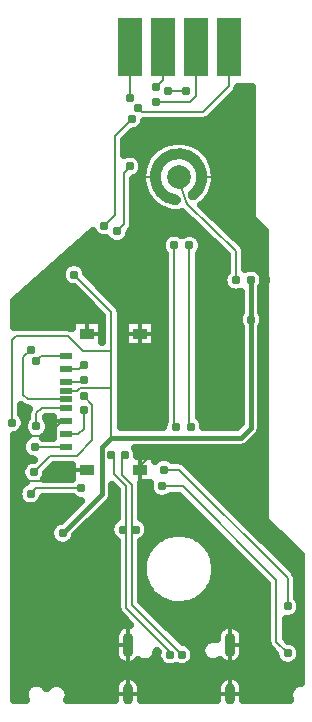
<source format=gbr>
G04 DipTrace 3.3.1.3*
G04 Bottom.gbr*
%MOIN*%
G04 #@! TF.FileFunction,Copper,L2,Bot*
G04 #@! TF.Part,Single*
G04 #@! TA.AperFunction,Conductor*
%ADD13C,0.007874*%
%ADD14C,0.015748*%
G04 #@! TA.AperFunction,CopperBalancing*
%ADD16C,0.025*%
%ADD17C,0.012992*%
G04 #@! TA.AperFunction,Nonconductor*
%ADD19C,0.035433*%
G04 #@! TA.AperFunction,ComponentPad*
%ADD26O,0.035433X0.070866*%
%ADD27O,0.035433X0.082677*%
%ADD28R,0.03937X0.019685*%
%ADD29R,0.047244X0.037402*%
%ADD30R,0.07874X0.19685*%
%ADD49C,0.07874*%
%ADD50C,0.027559*%
G04 #@! TA.AperFunction,ViaPad*
%ADD51C,0.031*%
%FSLAX26Y26*%
G04*
G70*
G90*
G75*
G01*
G04 Bottom*
%LPD*%
X906201Y2424950D2*
D13*
X1018701D1*
X1037470Y2443719D1*
Y2608682D1*
X818701Y2437450D2*
Y2608024D1*
X819360Y2608683D1*
X943701Y2462450D2*
X1006201D1*
X1271808Y1831199D2*
Y1959343D1*
X1173670Y2057481D1*
Y2181435D1*
Y2362844D1*
X1117654D1*
X631201Y1906199D2*
X681201D1*
X743701Y1843699D1*
X799950D1*
X856201Y1899950D1*
Y2181783D1*
Y2331201D1*
X887844Y2362844D1*
X1117654D1*
X811263Y615748D2*
Y529756D1*
Y525344D1*
Y451181D1*
X1151420Y615748D2*
Y525344D1*
Y521776D1*
Y451181D1*
X460604Y565957D2*
X631201D1*
X673235D1*
X709436Y529756D1*
X811263D1*
Y525344D2*
X1151420D1*
Y521776D2*
X1365526D1*
X1387450Y543699D1*
Y908182D1*
X1271530Y1024102D1*
X631201Y899950D2*
Y565957D1*
Y1906199D2*
X593701Y1868699D1*
Y1806199D1*
X675098Y1724802D1*
Y1652430D1*
X850295Y1199675D2*
Y1212794D1*
X899951Y1262450D1*
X1033182D1*
X1271530Y1024102D1*
X850295Y1652430D2*
X928720D1*
X931201Y1649950D1*
X455879Y1232155D2*
Y1160801D1*
Y1000272D1*
X556201Y899950D1*
X631201D1*
X455879Y1232155D2*
Y1293379D1*
X474950Y1312450D1*
X543701D1*
X592343Y1361092D1*
X606201D1*
X455879Y1160801D2*
X586698D1*
X625572Y1199675D1*
X675098D1*
X903530Y2174692D2*
X856201D1*
Y2181783D1*
X1056386Y2174344D2*
X1173670D1*
Y2181435D1*
X924951Y1143701D2*
X993701D1*
X1306201Y831201D1*
Y624950D1*
X1343701Y587450D1*
X606201Y1534320D2*
X648564D1*
X664196Y1549951D1*
X606201Y1491013D2*
X655259D1*
X664196Y1499950D1*
Y1443701D2*
X691130Y1416766D1*
Y1296860D1*
X640159Y1245888D1*
X552531D1*
X497608Y1190965D1*
X606201Y1317785D2*
X645487D1*
X664196Y1336493D1*
Y1399950D1*
X931201Y1199950D2*
X981201D1*
X1343701Y837450D1*
Y743699D1*
X606201Y1404399D2*
X523150D1*
X506201Y1387450D1*
Y1343699D1*
X656201Y1137450D2*
X506199D1*
X487450Y1118701D1*
X964573Y1947190D2*
Y1348949D1*
X970694Y1342828D1*
X1015979Y1947217D2*
Y1347113D1*
X1020521Y1342571D1*
X606201Y1433927D2*
X478474D1*
X462450Y1449950D1*
Y1574950D1*
X487450Y1599950D1*
X774950Y1993701D2*
X798901Y2017652D1*
Y2189421D1*
X818077Y2208597D1*
Y2210358D1*
X731201Y2012450D2*
X768701Y2049950D1*
Y2312449D1*
X824951Y2368699D1*
X980360Y2174521D2*
X987451D1*
Y2143167D1*
X1008088Y2083919D1*
X1171424Y1928477D1*
Y1831047D1*
X843701Y2406199D2*
X858298Y2391602D1*
X1060353D1*
X1146525Y2477774D1*
Y2608682D1*
X928415D2*
Y2497164D1*
X906201Y2474950D1*
X499950Y1274950D2*
X606201D1*
Y1274478D1*
X506201Y1562450D2*
X521378Y1577627D1*
X606201D1*
X990949Y582627D2*
X992273D1*
X824950Y749950D1*
Y999950D1*
Y1149950D1*
X792282Y1182618D1*
Y1249950D1*
X799953D1*
X837451Y999950D2*
X824950D1*
X950917Y582626D2*
X961025D1*
X806201Y737450D1*
Y999950D1*
Y1144640D1*
X765466Y1185375D1*
Y1249950D1*
X756201D1*
X793701Y999950D2*
X806201D1*
X606201Y1461486D2*
X639875D1*
X650454Y1472064D1*
X756201D1*
Y1593474D1*
Y1724950D1*
X631201Y1849950D1*
X1221244Y1699950D2*
X1221188D1*
D14*
Y1831199D1*
X424950Y1356199D2*
D13*
Y1631199D1*
X437450Y1643699D1*
X610836D1*
X661062Y1593474D1*
X756201D1*
X593701Y987450D2*
D14*
X724950Y1118699D1*
Y1274949D1*
X756201Y1306199D1*
X1187450D1*
X1221244Y1339993D1*
Y1699950D1*
X756201Y1472064D2*
D13*
Y1306199D1*
D51*
X943701Y2462450D3*
X1006201D3*
X906201Y2424950D3*
Y2474950D3*
X843701Y2406199D3*
X818701Y2437450D3*
X824951Y2368699D3*
X818077Y2210358D3*
X990949Y582627D3*
X950917Y582626D3*
X756201Y1249950D3*
X799953D3*
X964573Y1947190D3*
X1015979Y1947217D3*
X499950Y1274950D3*
X506201Y1562450D3*
X774950Y1993701D3*
X731201Y2012450D3*
X631201Y1906199D3*
Y1849950D3*
X664196Y1549951D3*
Y1499950D3*
Y1443701D3*
Y1399950D3*
X487450Y1599950D3*
X506201Y1343699D3*
X1221188Y1831199D3*
X1271808D3*
X1117654Y2362844D3*
X970694Y1342828D3*
X1020521Y1342571D3*
X793701Y999950D3*
X837451D3*
X593701Y987450D3*
X1221244Y1699950D3*
X497608Y1190965D3*
X631201Y899950D3*
X931201Y1199950D3*
X1343701Y743699D3*
X1271530Y1024102D3*
X460604Y565957D3*
X931201Y1649950D3*
X455879Y1232155D3*
X424950Y1356199D3*
X1343701Y587450D3*
X924951Y1143701D3*
X656201Y1137450D3*
X487450Y1118701D3*
X1171424Y1831047D3*
X1164357Y2450081D2*
D16*
X1222441D1*
X1139489Y2425213D2*
X1222441D1*
X1114621Y2400344D2*
X1222441D1*
X1089753Y2375475D2*
X1222441D1*
X865334Y2350606D2*
X1222441D1*
X827512Y2325738D2*
X1222441D1*
X802644Y2300869D2*
X1222441D1*
X801639Y2276000D2*
X909208D1*
X1050424D2*
X1222441D1*
X830634Y2251131D2*
X882438D1*
X1077122D2*
X1222441D1*
X1092660Y2226262D2*
X1222441D1*
X1101200Y2201394D2*
X1222441D1*
X1103999Y2176525D2*
X1222441D1*
X831818Y2151656D2*
X857965D1*
X1101559D2*
X1222441D1*
X831818Y2126787D2*
X865932D1*
X1093629D2*
X1222441D1*
X831818Y2101919D2*
X880501D1*
X1079132D2*
X1222441D1*
X831818Y2077050D2*
X905799D1*
X1061943D2*
X1222441D1*
X831818Y2052181D2*
X994792D1*
X1088067D2*
X1222441D1*
X831818Y2027312D2*
X1020915D1*
X1114226D2*
X1233673D1*
X827763Y2002444D2*
X1047075D1*
X1140350D2*
X1258541D1*
X678162Y1977575D2*
X705314D1*
X816208D2*
X933071D1*
X1047482D2*
X1073199D1*
X1166474D2*
X1266184D1*
X649849Y1952706D2*
X763339D1*
X786532D2*
X920440D1*
X1060113D2*
X1099322D1*
X1192598D2*
X1266184D1*
X621501Y1927837D2*
X924818D1*
X1055735D2*
X1125446D1*
X1204368D2*
X1266184D1*
X593152Y1902969D2*
X931636D1*
X1048917D2*
X1138508D1*
X1204368D2*
X1266184D1*
X564804Y1878100D2*
X597554D1*
X664849D2*
X931636D1*
X1048917D2*
X1138508D1*
X1204368D2*
X1266184D1*
X536491Y1853231D2*
X586824D1*
X675578D2*
X931636D1*
X1048917D2*
X1133269D1*
X508143Y1828362D2*
X592674D1*
X698329D2*
X931636D1*
X1048917D2*
X1127025D1*
X479794Y1803493D2*
X632110D1*
X723196D2*
X931636D1*
X1048917D2*
X1137252D1*
X451446Y1778625D2*
X656978D1*
X748064D2*
X931636D1*
X1048917D2*
X1184332D1*
X433719Y1753756D2*
X681846D1*
X772932D2*
X931636D1*
X1048917D2*
X1184332D1*
X433719Y1728887D2*
X706714D1*
X788865D2*
X931636D1*
X1048917D2*
X1184332D1*
X433719Y1704018D2*
X723256D1*
X789116D2*
X931636D1*
X1048917D2*
X1176940D1*
X433719Y1679150D2*
X622493D1*
X902904D2*
X931636D1*
X1048917D2*
X1182251D1*
X902904Y1654281D2*
X931636D1*
X1048917D2*
X1184368D1*
X902904Y1629412D2*
X931636D1*
X1048917D2*
X1184368D1*
X789116Y1604543D2*
X931636D1*
X1048917D2*
X1184368D1*
X789116Y1579675D2*
X931636D1*
X1048917D2*
X1184368D1*
X789116Y1554806D2*
X931636D1*
X1048917D2*
X1184368D1*
X789116Y1529937D2*
X931636D1*
X1048917D2*
X1184368D1*
X789116Y1505068D2*
X931636D1*
X1048917D2*
X1184368D1*
X789116Y1480199D2*
X931636D1*
X1048917D2*
X1184368D1*
X789116Y1455331D2*
X931636D1*
X1048917D2*
X1184368D1*
X789116Y1430462D2*
X931636D1*
X1048917D2*
X1184368D1*
X789116Y1405593D2*
X931636D1*
X1048917D2*
X1184368D1*
X789116Y1380724D2*
X931636D1*
X1048917D2*
X1184368D1*
X789116Y1355856D2*
X928262D1*
X1062840D2*
X1184368D1*
X433719Y1306118D2*
X469304D1*
X530606D2*
X557507D1*
X1238457D2*
X1266184D1*
X433719Y1281249D2*
X455919D1*
X1213590D2*
X1266184D1*
X433719Y1256381D2*
X459794D1*
X843947D2*
X1266184D1*
X433719Y1231512D2*
X484196D1*
X961396D2*
X1266184D1*
X433719Y1206643D2*
X456170D1*
X558811D2*
X622493D1*
X1020030D2*
X1266184D1*
X433719Y1181774D2*
X454125D1*
X541084D2*
X622493D1*
X1044898D2*
X1266184D1*
X433719Y1156906D2*
X467510D1*
X1069766D2*
X1266184D1*
X857870Y1132037D2*
X882115D1*
X1094634D2*
X1266184D1*
X759834Y1107168D2*
X773279D1*
X857870D2*
X901744D1*
X948154D2*
X984708D1*
X1119501D2*
X1266184D1*
X433719Y1082299D2*
X464029D1*
X510870D2*
X637457D1*
X739667D2*
X773279D1*
X857870D2*
X1009576D1*
X1144369D2*
X1266184D1*
X433719Y1057430D2*
X612589D1*
X714800D2*
X773279D1*
X857870D2*
X1034444D1*
X1169237D2*
X1266184D1*
X433719Y1032562D2*
X587722D1*
X689896D2*
X764738D1*
X866410D2*
X1059312D1*
X1194141D2*
X1266184D1*
X433719Y1007693D2*
X554421D1*
X665028D2*
X749918D1*
X881230D2*
X1084179D1*
X1219008D2*
X1290765D1*
X433719Y982824D2*
X549469D1*
X640160D2*
X752861D1*
X878288D2*
X938812D1*
X1023583D2*
X1109047D1*
X1243876D2*
X1315632D1*
X433719Y957955D2*
X561311D1*
X626094D2*
X773279D1*
X857870D2*
X897151D1*
X1065245D2*
X1133915D1*
X1268744D2*
X1340500D1*
X433719Y933087D2*
X773279D1*
X857870D2*
X876374D1*
X1086021D2*
X1158783D1*
X1293611D2*
X1365404D1*
X433719Y908218D2*
X773279D1*
X1097971D2*
X1183650D1*
X1318479D2*
X1384961D1*
X433719Y883349D2*
X773279D1*
X1103712D2*
X1208518D1*
X1343347D2*
X1384961D1*
X433719Y858480D2*
X773279D1*
X1104179D2*
X1233386D1*
X1368179D2*
X1384961D1*
X433719Y833612D2*
X773279D1*
X1099406D2*
X1258253D1*
X433719Y808743D2*
X773279D1*
X857870D2*
X873719D1*
X1088677D2*
X1273289D1*
X433719Y783874D2*
X773279D1*
X857870D2*
X892558D1*
X1069874D2*
X1273289D1*
X433719Y759005D2*
X773279D1*
X861422D2*
X927868D1*
X1034564D2*
X1273289D1*
X433719Y734136D2*
X773458D1*
X886290D2*
X1273289D1*
X433719Y709268D2*
X788852D1*
X911158D2*
X1273289D1*
X1370224D2*
X1384961D1*
X433719Y684399D2*
X813720D1*
X936026D2*
X1273289D1*
X1339113D2*
X1384961D1*
X433719Y659530D2*
X769403D1*
X960893D2*
X1109585D1*
X1193279D2*
X1273289D1*
X1339113D2*
X1384961D1*
X433719Y634661D2*
X764559D1*
X985761D2*
X1085292D1*
X1198124D2*
X1273289D1*
X1342019D2*
X1384961D1*
X433719Y609793D2*
X764559D1*
X1025485D2*
X1055795D1*
X1198124D2*
X1277308D1*
X433719Y584924D2*
X765133D1*
X1035389D2*
X1054934D1*
X1197550D2*
X1299269D1*
X433719Y560055D2*
X778338D1*
X885788D2*
X913012D1*
X1028858D2*
X1076895D1*
X1184344D2*
X1309388D1*
X433719Y535186D2*
X1384961D1*
X433719Y510318D2*
X793302D1*
X829234D2*
X1133484D1*
X1169380D2*
X1384961D1*
X433719Y485449D2*
X487353D1*
X525618D2*
X554277D1*
X592542D2*
X767753D1*
X854748D2*
X1107935D1*
X1194930D2*
X1369853D1*
X433719Y460580D2*
X465464D1*
X614396D2*
X764559D1*
X857977D2*
X1104705D1*
X1198124D2*
X1348000D1*
X433719Y435711D2*
X465895D1*
X614001D2*
X764559D1*
X857977D2*
X1104705D1*
X1198124D2*
X1348395D1*
X767063Y468891D2*
X767496Y475136D1*
X769132Y482292D1*
X771929Y489079D1*
X775811Y495309D1*
X780670Y500811D1*
X786372Y505434D1*
X792761Y509049D1*
X799660Y511557D1*
X806879Y512889D1*
X814218Y513008D1*
X821476Y511911D1*
X828453Y509628D1*
X834956Y506222D1*
X840805Y501787D1*
X845840Y496445D1*
X849921Y490344D1*
X852937Y483651D1*
X854804Y476552D1*
X855470Y469241D1*
X855407Y431206D1*
X1107282Y431200D1*
X1107218Y469645D1*
X1107951Y476949D1*
X1109882Y484031D1*
X1112959Y490696D1*
X1117096Y496759D1*
X1122179Y502055D1*
X1128069Y506436D1*
X1134603Y509783D1*
X1141600Y512002D1*
X1148868Y513033D1*
X1156206Y512847D1*
X1163412Y511449D1*
X1170288Y508878D1*
X1176643Y505205D1*
X1182303Y500531D1*
X1187112Y494984D1*
X1190937Y488719D1*
X1193672Y481907D1*
X1195242Y474736D1*
X1195629Y468898D1*
X1195564Y431206D1*
X1352730Y431200D1*
X1350695Y436324D1*
X1349220Y442469D1*
X1348724Y448769D1*
X1349220Y455069D1*
X1350695Y461214D1*
X1353114Y467052D1*
X1356416Y472440D1*
X1360520Y477245D1*
X1365325Y481349D1*
X1370713Y484651D1*
X1376551Y487070D1*
X1382696Y488545D1*
X1387453Y488980D1*
X1387451Y913507D1*
X1271088Y1030103D1*
X1269652Y1032667D1*
X1268855Y1035495D1*
X1268701Y1046636D1*
Y1994778D1*
X1227339Y2036352D1*
X1225903Y2038916D1*
X1225105Y2041744D1*
X1224951Y2052886D1*
Y2474920D1*
X1176843Y2474950D1*
X1175465Y2468371D1*
X1173638Y2463960D1*
X1171143Y2459888D1*
X1168035Y2456251D1*
X1080115Y2368464D1*
X1076252Y2365657D1*
X1071998Y2363489D1*
X1067457Y2362014D1*
X1062740Y2361267D1*
X986862Y2361173D1*
X866261D1*
X864888Y2355723D1*
X862367Y2349635D1*
X858924Y2344017D1*
X854644Y2339007D1*
X849634Y2334727D1*
X844015Y2331284D1*
X837928Y2328763D1*
X831520Y2327224D1*
X826045Y2326750D1*
X799146Y2299860D1*
X799130Y2247821D1*
X805101Y2250295D1*
X811508Y2251833D1*
X818077Y2252350D1*
X824646Y2251833D1*
X831054Y2250295D1*
X837141Y2247773D1*
X842760Y2244330D1*
X847770Y2240051D1*
X852050Y2235040D1*
X855493Y2229422D1*
X858014Y2223334D1*
X859552Y2216927D1*
X860069Y2210358D1*
X859552Y2203789D1*
X858014Y2197382D1*
X855493Y2191294D1*
X852050Y2185676D1*
X847770Y2180665D1*
X842760Y2176386D1*
X837141Y2172943D1*
X831054Y2170421D1*
X829331Y2169935D1*
X829237Y2015265D1*
X828490Y2010548D1*
X827014Y2006007D1*
X824846Y2001753D1*
X822040Y1997890D1*
X820411Y1996129D1*
X816813Y1990406D1*
X815782Y1983898D1*
X813746Y1977631D1*
X810754Y1971760D1*
X806881Y1966429D1*
X802222Y1961770D1*
X796891Y1957897D1*
X791020Y1954905D1*
X784753Y1952869D1*
X778245Y1951838D1*
X771655D1*
X765147Y1952869D1*
X758880Y1954905D1*
X753009Y1957897D1*
X747678Y1961770D1*
X743019Y1966429D1*
X739468Y1971278D1*
X734495Y1970587D1*
X727906D1*
X721398Y1971618D1*
X715131Y1973654D1*
X709260Y1976646D1*
X703929Y1980519D1*
X699270Y1985178D1*
X695397Y1990509D1*
X693759Y1993445D1*
X431196Y1763034D1*
X431201Y1673499D1*
X437450Y1674129D1*
X613223Y1674035D1*
X617940Y1673288D1*
X622481Y1671812D1*
X624659Y1670808D1*
X624984Y1671542D1*
Y1697623D1*
X725213D1*
X725366Y1623903D1*
X725761D1*
X725772Y1712358D1*
X630169Y1807949D1*
X624632Y1808475D1*
X618225Y1810013D1*
X612137Y1812535D1*
X606518Y1815978D1*
X601508Y1820257D1*
X597228Y1825268D1*
X593786Y1830886D1*
X591264Y1836974D1*
X589726Y1843381D1*
X589209Y1849950D1*
X589726Y1856519D1*
X591264Y1862926D1*
X593786Y1869014D1*
X597228Y1874632D1*
X601508Y1879643D1*
X606518Y1883922D1*
X612137Y1887365D1*
X618225Y1889887D1*
X624632Y1891425D1*
X631201Y1891942D1*
X637770Y1891425D1*
X644177Y1889887D1*
X650265Y1887365D1*
X655883Y1883922D1*
X660894Y1879643D1*
X665173Y1874632D1*
X668616Y1869014D1*
X671138Y1862926D1*
X672676Y1856519D1*
X673150Y1851044D1*
X779339Y1744712D1*
X782146Y1740849D1*
X784314Y1736595D1*
X785789Y1732054D1*
X786536Y1727338D1*
X786630Y1651459D1*
Y1340549D1*
X928768Y1340566D1*
X928832Y1346123D1*
X929862Y1352631D1*
X931899Y1358898D1*
X934141Y1363432D1*
X934144Y1918251D1*
X930601Y1922508D1*
X927158Y1928126D1*
X924637Y1934214D1*
X923098Y1940621D1*
X922581Y1947190D1*
X923098Y1953759D1*
X924637Y1960167D1*
X927158Y1966254D1*
X930601Y1971873D1*
X934881Y1976883D1*
X939891Y1981163D1*
X945509Y1984606D1*
X951597Y1987127D1*
X958004Y1988665D1*
X964573Y1989182D1*
X971143Y1988665D1*
X977550Y1987127D1*
X983638Y1984606D1*
X989256Y1981163D1*
X990237Y1980389D1*
X994038Y1983021D1*
X999909Y1986012D1*
X1006176Y1988048D1*
X1012684Y1989079D1*
X1019274D1*
X1025782Y1988048D1*
X1032049Y1986012D1*
X1037920Y1983021D1*
X1043251Y1979148D1*
X1047910Y1974488D1*
X1051783Y1969157D1*
X1054775Y1963286D1*
X1056811Y1957019D1*
X1057842Y1950511D1*
Y1943922D1*
X1056811Y1937414D1*
X1054775Y1931147D1*
X1051783Y1925276D1*
X1047910Y1919945D1*
X1046415Y1918328D1*
X1046408Y1375617D1*
X1050214Y1372264D1*
X1054493Y1367253D1*
X1057936Y1361635D1*
X1060458Y1355547D1*
X1061996Y1349140D1*
X1062513Y1342571D1*
X1062435Y1340576D1*
X1173211Y1340566D1*
X1186874Y1354225D1*
X1186878Y1675834D1*
X1183829Y1680886D1*
X1181307Y1686974D1*
X1179769Y1693381D1*
X1179252Y1699950D1*
X1179769Y1706519D1*
X1181307Y1712926D1*
X1183829Y1719014D1*
X1186821Y1723958D1*
Y1791993D1*
X1181227Y1790215D1*
X1174719Y1789185D1*
X1168129D1*
X1161621Y1790215D1*
X1155354Y1792252D1*
X1149483Y1795243D1*
X1144152Y1799116D1*
X1139493Y1803776D1*
X1135620Y1809106D1*
X1132628Y1814978D1*
X1130592Y1821244D1*
X1129561Y1827753D1*
Y1834342D1*
X1130592Y1840850D1*
X1132628Y1847117D1*
X1135620Y1852988D1*
X1139493Y1858319D1*
X1140988Y1859936D1*
X1140995Y1915411D1*
X989901Y2059220D1*
X983700Y2056577D1*
X976975Y2054877D1*
X970066Y2054250D1*
X963144Y2054711D1*
X944902Y2058736D1*
X938333Y2060966D1*
X921268Y2068556D1*
X905656Y2078816D1*
X900313Y2083241D1*
X887073Y2096414D1*
X876142Y2111563D1*
X872726Y2117601D1*
X865047Y2134627D1*
X860232Y2152676D1*
X859191Y2159535D1*
X858084Y2178180D1*
X860015Y2196760D1*
X861487Y2203540D1*
X867095Y2221355D1*
X875520Y2238028D1*
X879311Y2243838D1*
X890899Y2258486D1*
X904712Y2271063D1*
X910323Y2275141D1*
X926370Y2284699D1*
X943758Y2291529D1*
X950454Y2293340D1*
X968853Y2296553D1*
X987533Y2296739D1*
X994436Y2296045D1*
X1012772Y2292491D1*
X1030292Y2286010D1*
X1036494Y2282902D1*
X1051468Y2273705D1*
X1061380Y2265236D1*
X1068866Y2258284D1*
X1080467Y2243641D1*
X1084150Y2237763D1*
X1092585Y2221099D1*
X1098207Y2203284D1*
X1099555Y2196479D1*
X1101499Y2177903D1*
X1100404Y2159254D1*
X1099238Y2152416D1*
X1094436Y2134366D1*
X1086768Y2117331D1*
X1083242Y2111357D1*
X1072324Y2096203D1*
X1059890Y2083786D1*
X1055938Y2080380D1*
X1194562Y1948239D1*
X1197369Y1944376D1*
X1199537Y1940122D1*
X1201012Y1935581D1*
X1201759Y1930864D1*
X1201853Y1868443D1*
X1208211Y1871136D1*
X1214619Y1872675D1*
X1221188Y1873192D1*
X1227757Y1872675D1*
X1234164Y1871136D1*
X1240252Y1868615D1*
X1245870Y1865172D1*
X1250881Y1860892D1*
X1255160Y1855882D1*
X1258603Y1850264D1*
X1261125Y1844176D1*
X1262663Y1837768D1*
X1263180Y1831199D1*
X1262663Y1824630D1*
X1261125Y1818223D1*
X1258603Y1812135D1*
X1255554Y1807106D1*
Y1724157D1*
X1258659Y1719014D1*
X1261181Y1712926D1*
X1262719Y1706519D1*
X1263236Y1699950D1*
X1262719Y1693381D1*
X1261181Y1686974D1*
X1258659Y1680886D1*
X1255610Y1675857D1*
X1255504Y1337297D1*
X1254661Y1331971D1*
X1252994Y1326842D1*
X1250546Y1322037D1*
X1247376Y1317674D1*
X1211751Y1281899D1*
X1207650Y1278397D1*
X1203052Y1275579D1*
X1198070Y1273515D1*
X1192826Y1272256D1*
X1187440Y1271834D1*
X835821Y1271833D1*
X838748Y1266020D1*
X840785Y1259753D1*
X841815Y1253245D1*
Y1246655D1*
X841605Y1244878D1*
X900410Y1244867D1*
Y1228497D1*
X903929Y1231881D1*
X909260Y1235754D1*
X915131Y1238746D1*
X921398Y1240782D1*
X927906Y1241813D1*
X934495D1*
X941004Y1240782D1*
X947270Y1238746D1*
X953142Y1235754D1*
X958472Y1231881D1*
X960090Y1230386D1*
X983588Y1230286D1*
X988304Y1229539D1*
X992846Y1228063D1*
X997100Y1225895D1*
X1000963Y1223089D1*
X1054683Y1169501D1*
X1366839Y857212D1*
X1369646Y853349D1*
X1371814Y849095D1*
X1373289Y844554D1*
X1374036Y839838D1*
X1374130Y772607D1*
X1377673Y768382D1*
X1381116Y762764D1*
X1383638Y756676D1*
X1385176Y750268D1*
X1385693Y743699D1*
X1385176Y737130D1*
X1383638Y730723D1*
X1381116Y724635D1*
X1377673Y719017D1*
X1373394Y714007D1*
X1368383Y709727D1*
X1362765Y706284D1*
X1356677Y703763D1*
X1350270Y702224D1*
X1343701Y701707D1*
X1336639Y702322D1*
X1336630Y637534D1*
X1344743Y629441D1*
X1350270Y628925D1*
X1356677Y627387D1*
X1362765Y624865D1*
X1368383Y621422D1*
X1373394Y617143D1*
X1377673Y612132D1*
X1381116Y606514D1*
X1383638Y600426D1*
X1385176Y594019D1*
X1385693Y587450D1*
X1385176Y580881D1*
X1383638Y574474D1*
X1381116Y568386D1*
X1377673Y562768D1*
X1373394Y557757D1*
X1368383Y553478D1*
X1362765Y550035D1*
X1356677Y547513D1*
X1350270Y545975D1*
X1343701Y545458D1*
X1337132Y545975D1*
X1330725Y547513D1*
X1324637Y550035D1*
X1319018Y553478D1*
X1314008Y557757D1*
X1309728Y562768D1*
X1306286Y568386D1*
X1303764Y574474D1*
X1302226Y580881D1*
X1301752Y586356D1*
X1283062Y605188D1*
X1280256Y609051D1*
X1278088Y613305D1*
X1276612Y617847D1*
X1275865Y622563D1*
X1275772Y698441D1*
Y818617D1*
X981085Y1113283D1*
X953905Y1113272D1*
X949634Y1109728D1*
X944015Y1106286D1*
X937928Y1103764D1*
X931520Y1102226D1*
X924951Y1101709D1*
X918382Y1102226D1*
X911975Y1103764D1*
X905887Y1106286D1*
X900269Y1109728D1*
X895259Y1114008D1*
X890979Y1119018D1*
X887536Y1124637D1*
X885015Y1130725D1*
X883476Y1137132D1*
X882959Y1143701D1*
X883476Y1150270D1*
X884396Y1154483D1*
X855045Y1154481D1*
X855379Y1149941D1*
Y1037956D1*
X862134Y1033922D1*
X867144Y1029643D1*
X871424Y1024632D1*
X874867Y1019014D1*
X877388Y1012926D1*
X878927Y1006519D1*
X879444Y999950D1*
X878927Y993381D1*
X877388Y986974D1*
X874867Y980886D1*
X871424Y975268D1*
X867144Y970257D1*
X862134Y965978D1*
X856515Y962535D1*
X855381Y962012D1*
X855379Y762576D1*
X993407Y624526D1*
X1000752Y623459D1*
X1007019Y621423D1*
X1012890Y618431D1*
X1018221Y614558D1*
X1022880Y609899D1*
X1026753Y604568D1*
X1029744Y598697D1*
X1031781Y592430D1*
X1032811Y585922D1*
Y579333D1*
X1031781Y572824D1*
X1029744Y566558D1*
X1026753Y560686D1*
X1022880Y555356D1*
X1018221Y550696D1*
X1012890Y546823D1*
X1007019Y543832D1*
X1000752Y541795D1*
X994243Y540765D1*
X987654D1*
X981146Y541795D1*
X974879Y543832D1*
X970975Y545722D1*
X963894Y542689D1*
X957486Y541151D1*
X950917Y540634D1*
X944348Y541151D1*
X937941Y542689D1*
X931853Y545211D1*
X926235Y548654D1*
X921224Y552933D1*
X916945Y557944D1*
X913502Y563562D1*
X910980Y569650D1*
X909442Y576057D1*
X908925Y582626D1*
X909442Y589195D1*
X909771Y590850D1*
X906801Y593816D1*
X905764Y586892D1*
X903859Y581029D1*
X901060Y575536D1*
X897436Y570548D1*
X893077Y566189D1*
X888090Y562565D1*
X882597Y559766D1*
X876733Y557861D1*
X870644Y556897D1*
X864480D1*
X858391Y557861D1*
X852527Y559766D1*
X847034Y562565D1*
X845201Y563790D1*
X841060Y559468D1*
X835245Y554988D1*
X828769Y551531D1*
X821810Y549194D1*
X814561Y548041D1*
X807220Y548103D1*
X799992Y549379D1*
X793073Y551833D1*
X786657Y555398D1*
X780918Y559976D1*
X776017Y565441D1*
X772087Y571641D1*
X769237Y578406D1*
X767546Y585549D1*
X767063Y592120D1*
X767130Y641953D1*
X768165Y649220D1*
X770389Y656216D1*
X773740Y662747D1*
X778126Y668634D1*
X783425Y673714D1*
X789491Y677847D1*
X796158Y680919D1*
X803242Y682845D1*
X810546Y683573D1*
X817479Y683133D1*
X783062Y717688D1*
X780256Y721551D1*
X778088Y725805D1*
X776612Y730347D1*
X775865Y735063D1*
X775772Y810941D1*
Y961977D1*
X769018Y965978D1*
X764008Y970257D1*
X759728Y975268D1*
X756286Y980886D1*
X753764Y986974D1*
X752226Y993381D1*
X751709Y999950D1*
X752226Y1006519D1*
X753764Y1012926D1*
X756286Y1019014D1*
X759728Y1024632D1*
X764008Y1029643D1*
X769018Y1033922D1*
X774637Y1037365D1*
X775771Y1037888D1*
X775772Y1132040D1*
X759335Y1148472D1*
X759210Y1116003D1*
X758367Y1110677D1*
X756700Y1105548D1*
X754252Y1100743D1*
X751082Y1096380D1*
X710276Y1055424D1*
X635043Y980191D1*
X633638Y974474D1*
X631116Y968386D1*
X627673Y962768D1*
X623394Y957757D1*
X618383Y953478D1*
X612765Y950035D1*
X606677Y947513D1*
X600270Y945975D1*
X593701Y945458D1*
X587132Y945975D1*
X580725Y947513D1*
X574637Y950035D1*
X569018Y953478D1*
X564008Y957757D1*
X559728Y962768D1*
X556286Y968386D1*
X553764Y974474D1*
X552226Y980881D1*
X551709Y987450D1*
X552226Y994019D1*
X553764Y1000426D1*
X556286Y1006514D1*
X559728Y1012132D1*
X564008Y1017143D1*
X569018Y1021422D1*
X574637Y1024865D1*
X580725Y1027387D1*
X586437Y1028787D1*
X653210Y1095561D1*
X646398Y1096618D1*
X640131Y1098654D1*
X634260Y1101646D1*
X628929Y1105519D1*
X627312Y1107014D1*
X527771Y1107021D1*
X526246Y1102631D1*
X523254Y1096760D1*
X519381Y1091429D1*
X514722Y1086770D1*
X509391Y1082897D1*
X503520Y1079905D1*
X497253Y1077869D1*
X490745Y1076838D1*
X484155D1*
X477647Y1077869D1*
X471380Y1079905D1*
X465509Y1082897D1*
X460178Y1086770D1*
X455519Y1091429D1*
X451646Y1096760D1*
X448654Y1102631D1*
X446618Y1108898D1*
X445587Y1115406D1*
Y1121995D1*
X446618Y1128504D1*
X448654Y1134770D1*
X451646Y1140642D1*
X455519Y1145972D1*
X460178Y1150632D1*
X465509Y1154505D1*
X471973Y1157715D1*
X467915Y1161272D1*
X463635Y1166282D1*
X460192Y1171901D1*
X457671Y1177988D1*
X456132Y1184396D1*
X455615Y1190965D1*
X456132Y1197534D1*
X457671Y1203941D1*
X460192Y1210029D1*
X463635Y1215647D1*
X467915Y1220657D1*
X472925Y1224937D1*
X478544Y1228380D1*
X484631Y1230901D1*
X491039Y1232440D1*
X496514Y1232914D1*
X490147Y1234118D1*
X483880Y1236154D1*
X478009Y1239146D1*
X472678Y1243019D1*
X468019Y1247678D1*
X464146Y1253009D1*
X461154Y1258880D1*
X459118Y1265147D1*
X458087Y1271655D1*
Y1278245D1*
X459118Y1284753D1*
X461154Y1291020D1*
X464146Y1296891D1*
X468019Y1302222D1*
X472678Y1306881D1*
X478009Y1310754D1*
X479279Y1311465D1*
X474270Y1316428D1*
X470397Y1321759D1*
X467405Y1327630D1*
X465369Y1333897D1*
X464338Y1340405D1*
X464294Y1341524D1*
X462365Y1337135D1*
X458922Y1331517D1*
X454643Y1326507D1*
X449632Y1322227D1*
X444014Y1318784D1*
X437926Y1316263D1*
X431199Y1314686D1*
X431201Y431188D1*
X470266Y431200D1*
X468176Y436324D1*
X466701Y442469D1*
X466205Y448769D1*
X466701Y455069D1*
X468176Y461214D1*
X470594Y467052D1*
X473896Y472440D1*
X478000Y477245D1*
X482805Y481349D1*
X488193Y484651D1*
X494032Y487070D1*
X500177Y488545D1*
X506476Y489041D1*
X512776Y488545D1*
X518921Y487070D1*
X524759Y484651D1*
X530147Y481349D1*
X534953Y477245D1*
X539057Y472440D1*
X539928Y471136D1*
X542783Y474923D1*
X547251Y479392D1*
X552364Y483106D1*
X557994Y485975D1*
X564004Y487928D1*
X570246Y488917D1*
X576565D1*
X582807Y487928D1*
X588817Y485975D1*
X594447Y483106D1*
X599560Y479392D1*
X604028Y474923D1*
X607743Y469811D1*
X610612Y464180D1*
X612564Y458170D1*
X613553Y451929D1*
Y445609D1*
X612564Y439368D1*
X610612Y433358D1*
X609614Y431193D1*
X767100Y431200D1*
X767054Y468863D1*
X1107221Y639364D2*
X1107654Y645608D1*
X1109289Y652764D1*
X1112087Y659551D1*
X1115968Y665782D1*
X1120827Y671284D1*
X1126530Y675906D1*
X1132918Y679521D1*
X1139817Y682029D1*
X1147036Y683361D1*
X1154376Y683480D1*
X1161634Y682383D1*
X1168610Y680100D1*
X1175113Y676694D1*
X1180963Y672259D1*
X1185997Y666917D1*
X1190079Y660816D1*
X1193095Y654123D1*
X1194961Y647024D1*
X1195628Y639714D1*
X1195476Y588456D1*
X1194262Y581217D1*
X1191866Y574278D1*
X1188355Y567831D1*
X1183826Y562055D1*
X1178403Y557107D1*
X1172236Y553125D1*
X1165496Y550218D1*
X1158367Y548467D1*
X1151047Y547919D1*
X1143737Y548590D1*
X1136639Y550462D1*
X1129948Y553482D1*
X1123850Y557568D1*
X1118512Y562606D1*
X1117505Y563776D1*
X1112957Y561058D1*
X1107262Y558699D1*
X1101267Y557260D1*
X1095121Y556776D1*
X1088975Y557260D1*
X1082981Y558699D1*
X1077285Y561058D1*
X1072029Y564279D1*
X1067341Y568283D1*
X1063337Y572971D1*
X1060116Y578227D1*
X1057757Y583923D1*
X1056317Y589917D1*
X1055834Y596063D1*
X1056317Y602209D1*
X1057757Y608204D1*
X1060116Y613899D1*
X1063337Y619156D1*
X1067341Y623844D1*
X1072029Y627847D1*
X1077285Y631069D1*
X1082981Y633428D1*
X1088975Y634867D1*
X1095121Y635351D1*
X1101267Y634867D1*
X1107204Y633444D1*
X1107212Y639293D1*
X560024Y1305356D2*
Y1373969D1*
X536621Y1373970D1*
X538132Y1370971D1*
X542005Y1365640D1*
X544996Y1359769D1*
X547033Y1353502D1*
X548063Y1346994D1*
Y1340405D1*
X547033Y1333897D1*
X544996Y1327630D1*
X542005Y1321759D1*
X538132Y1316428D1*
X533472Y1311768D1*
X528142Y1307895D1*
X526872Y1307184D1*
X528839Y1305386D1*
X560056Y1305379D1*
X624984Y1167881D2*
Y1215463D1*
X565125Y1215459D1*
X539565Y1189889D1*
X539083Y1184396D1*
X537544Y1177988D1*
X535023Y1171901D1*
X532646Y1167878D1*
X625012Y1167879D1*
X802019Y1697623D2*
X900410D1*
Y1607237D1*
X800181D1*
Y1697623D1*
X802019D1*
X1101751Y859513D2*
X1100706Y850388D1*
X1098972Y841369D1*
X1096558Y832508D1*
X1093479Y823856D1*
X1089752Y815462D1*
X1085398Y807375D1*
X1080443Y799642D1*
X1074915Y792308D1*
X1068846Y785415D1*
X1062272Y779002D1*
X1055230Y773106D1*
X1047760Y767763D1*
X1039907Y763001D1*
X1031714Y758850D1*
X1023231Y755332D1*
X1014504Y752469D1*
X1005586Y750276D1*
X996526Y748767D1*
X987379Y747949D1*
X978195Y747829D1*
X969029Y748406D1*
X959934Y749677D1*
X950961Y751634D1*
X942162Y754268D1*
X933589Y757561D1*
X925290Y761496D1*
X917314Y766050D1*
X909707Y771196D1*
X902513Y776904D1*
X895772Y783142D1*
X889525Y789874D1*
X883806Y797060D1*
X878650Y804660D1*
X874085Y812630D1*
X870139Y820923D1*
X866833Y829492D1*
X864187Y838286D1*
X862217Y847257D1*
X860933Y856351D1*
X860344Y865516D1*
X860451Y874699D1*
X861256Y883848D1*
X862753Y892910D1*
X864933Y901831D1*
X867784Y910561D1*
X871290Y919050D1*
X875430Y927248D1*
X880180Y935108D1*
X885513Y942585D1*
X891399Y949636D1*
X897803Y956219D1*
X904688Y962297D1*
X912014Y967836D1*
X919740Y972801D1*
X927821Y977167D1*
X936209Y980906D1*
X944857Y983997D1*
X953715Y986423D1*
X962732Y988170D1*
X971855Y989227D1*
X981032Y989589D1*
X990210Y989253D1*
X999336Y988221D1*
X1008357Y986500D1*
X1017222Y984098D1*
X1025878Y981031D1*
X1034277Y977315D1*
X1042370Y972973D1*
X1050110Y968029D1*
X1057452Y962511D1*
X1064354Y956452D1*
X1070776Y949887D1*
X1076681Y942853D1*
X1082035Y935391D1*
X1086808Y927544D1*
X1090971Y919357D1*
X1094500Y910879D1*
X1097376Y902156D1*
X1099581Y893241D1*
X1101103Y884184D1*
X1101933Y875037D1*
X1102100Y868690D1*
X1101751Y859513D1*
X466884Y1358355D2*
X468786Y1362764D1*
X472228Y1368382D1*
X475765Y1372588D1*
X475865Y1389838D1*
X476612Y1394554D1*
X478088Y1399095D1*
X480261Y1403357D1*
X473714Y1403872D1*
X469071Y1404987D1*
X464659Y1406814D1*
X460588Y1409309D1*
X455359Y1414008D1*
X455379Y1385142D1*
X458922Y1380882D1*
X462365Y1375264D1*
X464887Y1369176D1*
X466425Y1362768D1*
X466857Y1358374D1*
X811263Y513071D2*
D17*
Y451181D1*
X767090D2*
X855436D1*
X1151420Y513071D2*
Y451181D1*
X1107247D2*
X1195593D1*
X811263Y683543D2*
Y547954D1*
X767090Y615748D2*
X811263D1*
X1151420Y683543D2*
Y547954D1*
Y615748D2*
X1195593D1*
X560060Y1361092D2*
X606201D1*
X625020Y1199675D2*
X675098D1*
Y1697587D2*
Y1652430D1*
X725177D1*
X850295Y1244831D2*
Y1154517D1*
Y1697587D2*
Y1607273D1*
X800217Y1652430D2*
X900374D1*
D26*
X811263Y451181D3*
X1151420D3*
D27*
X811263Y615748D3*
X1151420D3*
D28*
X606201Y1274478D3*
Y1317785D3*
Y1361092D3*
Y1404399D3*
Y1433927D3*
Y1461486D3*
Y1491013D3*
Y1534320D3*
Y1577627D3*
D29*
X675098Y1199675D3*
Y1652430D3*
X850295Y1199675D3*
Y1652430D3*
D30*
X1146525Y2608683D3*
X1037470D3*
X928415D3*
X819360D3*
D49*
X980360Y2174521D3*
D50*
X903530Y2174692D3*
X1056386Y2174344D3*
X969538Y2098455D2*
D19*
G02X1028894Y2115308I10250J76851D01*
G01*
M02*

</source>
